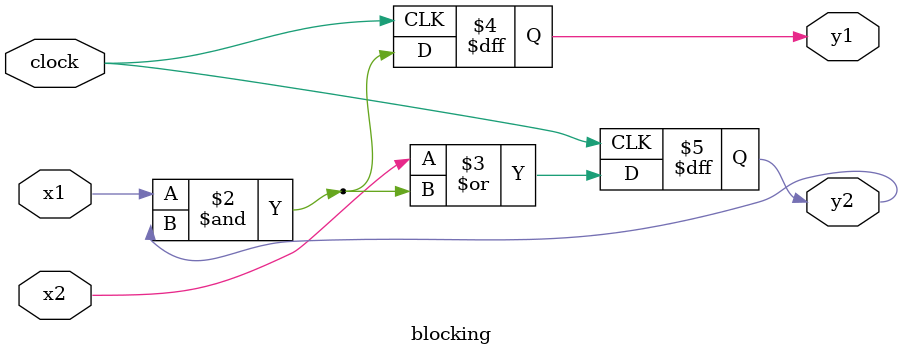
<source format=v>
/*
 * blocking.v
 *
 * by Kris Breen
 * EE 552 lab 6
 * February 6, 2003
 *
 */

module blocking(clock, x1, x2, y1, y2);
input clock, x1, x2;
output y1, y2;
reg y1, y2;

always @(posedge clock)
begin
  y1 = x1 & y2;  // & is bitwise and
  y2 = x2 | y1;  // | is bitwise or
end

endmodule


</source>
